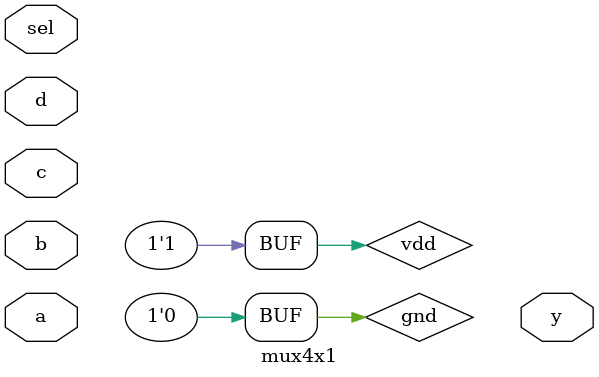
<source format=v>
module mux4x1 (a, b, c, d, sel, y);

input [1:0] a;
input [1:0] b;
input [1:0] c;
input [1:0] d;
input [1:0] sel;
output [1:0] y;

wire vdd = 1'b1;
wire gnd = 1'b0;

NAND3X1 NAND3X1_1 ( .A(sel[0]), .B(sel[1]), .C(d[1]), .Y(_0_) );
INVX1 INVX1_1 ( .A(sel[0]), .Y(_1_) );
AND2X2 AND2X2_1 ( .A(_2_), .B(_0_), .Y(_3_) );
NOR2X1 NOR2X1_1 ( .A(sel[0]), .B(sel[1]), .Y(_4_) );
NOR2X1 NOR2X1_2 ( .A(sel[1]), .B(_1_), .Y(_5_) );
AOI22X1 AOI22X1_1 ( .A(a[1]), .B(_4_), .C(b[1]), .D(_5_), .Y(_6_) );
NAND2X1 NAND2X1_1 ( .A(_3_), .B(_6_), .Y(_11__1_) );
endmodule

</source>
